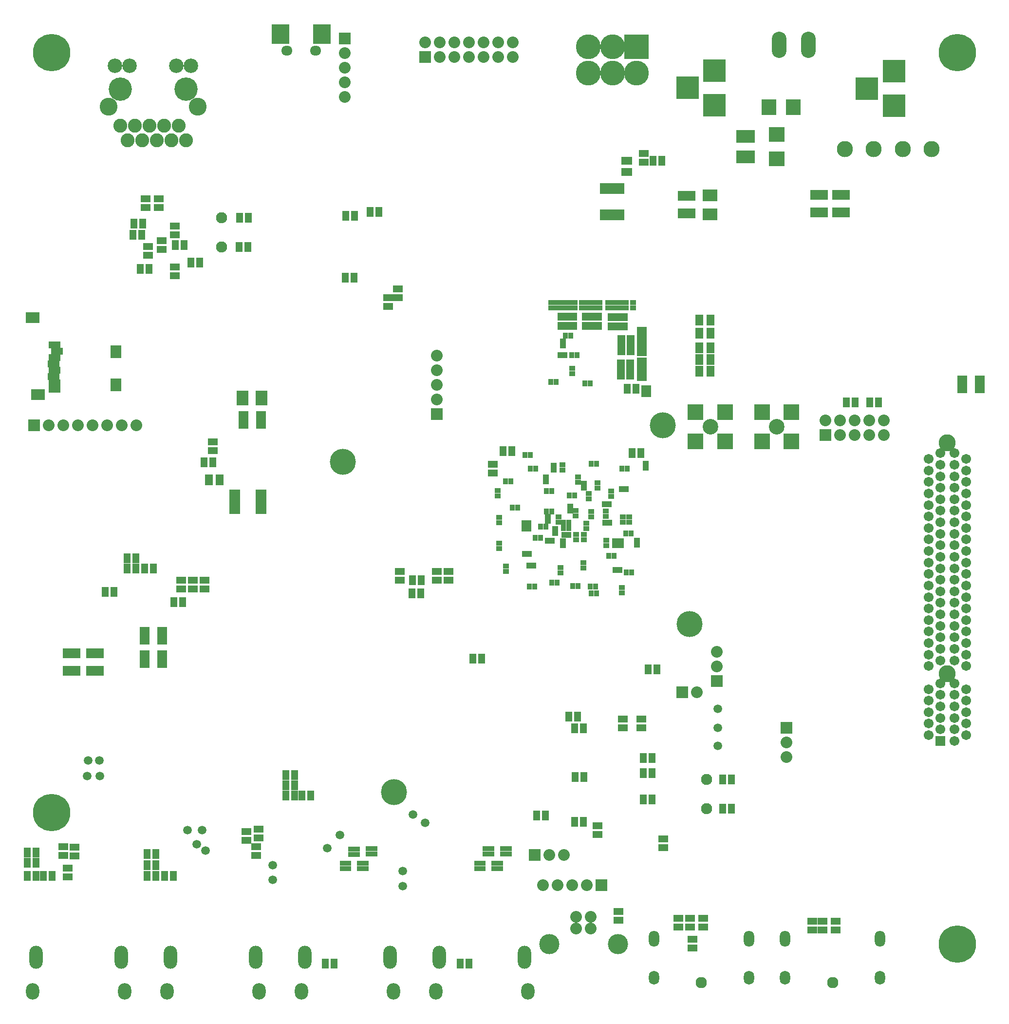
<source format=gbs>
G04 (created by PCBNEW (2013-07-07 BZR 4022)-stable) date 10/11/2015 03:16:48 PM*
%MOIN*%
G04 Gerber Fmt 3.4, Leading zero omitted, Abs format*
%FSLAX34Y34*%
G01*
G70*
G90*
G04 APERTURE LIST*
%ADD10C,0.00590551*%
%ADD11R,0.08X0.08*%
%ADD12C,0.08*%
%ADD13O,0.0711811X0.110551*%
%ADD14O,0.0711811X0.0948031*%
%ADD15C,0.0770866*%
%ADD16C,0.25622*%
%ADD17C,0.110551*%
%ADD18R,0.118425X0.13811*%
%ADD19O,0.0770866X0.0672441*%
%ADD20R,0.0987402X0.1066*%
%ADD21R,0.1066X0.0987402*%
%ADD22C,0.13811*%
%ADD23R,0.045X0.065*%
%ADD24R,0.065X0.045*%
%ADD25C,0.076*%
%ADD26R,0.0357X0.0436*%
%ADD27R,0.0436X0.0357*%
%ADD28R,0.04X0.056*%
%ADD29R,0.056X0.04*%
%ADD30R,0.055X0.075*%
%ADD31R,0.0791X0.0515*%
%ADD32R,0.0948X0.0751*%
%ADD33R,0.0751X0.0909*%
%ADD34O,0.0908661X0.157795*%
%ADD35O,0.0908661X0.11252*%
%ADD36C,0.122362*%
%ADD37C,0.159764*%
%ADD38C,0.0951968*%
%ADD39C,0.0987402*%
%ADD40R,0.07X0.12*%
%ADD41R,0.12X0.07*%
%ADD42R,0.17X0.075*%
%ADD43R,0.1X0.08*%
%ADD44R,0.075X0.055*%
%ADD45R,0.08X0.1*%
%ADD46R,0.075X0.17*%
%ADD47O,0.1X0.18*%
%ADD48R,0.1578X0.1578*%
%ADD49C,0.116457*%
%ADD50R,0.0672441X0.0672441*%
%ADD51C,0.0672441*%
%ADD52R,0.13X0.09*%
%ADD53C,0.106614*%
%ADD54R,0.106614X0.106614*%
%ADD55C,0.0593701*%
%ADD56C,0.17*%
%ADD57R,0.17X0.17*%
%ADD58C,0.1775*%
G04 APERTURE END LIST*
G54D10*
G54D11*
X47605Y-49809D03*
G54D12*
X48605Y-49809D03*
X49605Y-49809D03*
X50605Y-49809D03*
X51605Y-49809D03*
X52605Y-49809D03*
X53605Y-49809D03*
X54605Y-49809D03*
G54D13*
X99019Y-84937D03*
X105515Y-84937D03*
G54D14*
X99019Y-87606D03*
X105515Y-87606D03*
G54D15*
X102267Y-87960D03*
G54D16*
X48820Y-24301D03*
X110820Y-85301D03*
X110820Y-24301D03*
G54D17*
X109035Y-30921D03*
X107066Y-30921D03*
X105097Y-30921D03*
X103129Y-30921D03*
G54D18*
X67317Y-23057D03*
X64482Y-23057D03*
G54D19*
X66884Y-24189D03*
X64915Y-24189D03*
G54D20*
X97923Y-28050D03*
X99576Y-28050D03*
G54D21*
X98450Y-31576D03*
X98450Y-29923D03*
G54D12*
X85730Y-83460D03*
X84730Y-83460D03*
X84730Y-84247D03*
X85730Y-84247D03*
G54D22*
X87592Y-85310D03*
X82868Y-85310D03*
G54D23*
X84610Y-76953D03*
X85210Y-76953D03*
X84610Y-70553D03*
X85210Y-70553D03*
X89910Y-72593D03*
X89310Y-72593D03*
G54D24*
X87900Y-69923D03*
X87900Y-70523D03*
X89180Y-69923D03*
X89180Y-70523D03*
G54D23*
X84826Y-69732D03*
X84226Y-69732D03*
G54D24*
X86170Y-77800D03*
X86170Y-77200D03*
X90679Y-78118D03*
X90679Y-78718D03*
G54D23*
X84640Y-73873D03*
X85240Y-73873D03*
X89910Y-73623D03*
X89310Y-73623D03*
X89910Y-75423D03*
X89310Y-75423D03*
G54D25*
X93660Y-76033D03*
X93660Y-74033D03*
G54D23*
X94760Y-76033D03*
X95360Y-76033D03*
X95360Y-74033D03*
X94760Y-74033D03*
G54D24*
X79011Y-53092D03*
X79011Y-52492D03*
G54D23*
X74117Y-60424D03*
X73517Y-60424D03*
G54D24*
X71852Y-41086D03*
X71852Y-41686D03*
G54D23*
X69503Y-39718D03*
X68903Y-39718D03*
X88551Y-51718D03*
X89151Y-51718D03*
G54D24*
X75994Y-60404D03*
X75994Y-59804D03*
X72636Y-60400D03*
X72636Y-59800D03*
G54D23*
X79711Y-51592D03*
X80311Y-51592D03*
X88821Y-47312D03*
X88221Y-47312D03*
X74087Y-61315D03*
X73487Y-61315D03*
G54D26*
X81585Y-52771D03*
X81939Y-52771D03*
G54D27*
X86187Y-53758D03*
X86187Y-54112D03*
G54D26*
X87844Y-52762D03*
X88198Y-52762D03*
X82268Y-57521D03*
X81914Y-57521D03*
G54D27*
X82656Y-53690D03*
X82656Y-53336D03*
X84855Y-53707D03*
X84855Y-53353D03*
G54D26*
X84249Y-54610D03*
X84603Y-54610D03*
X89034Y-46592D03*
X89388Y-46592D03*
G54D27*
X83787Y-52516D03*
X83787Y-52870D03*
X83196Y-52882D03*
X83196Y-52528D03*
X85580Y-54837D03*
X85580Y-54483D03*
G54D26*
X82732Y-57701D03*
X83086Y-57701D03*
X87301Y-58756D03*
X86947Y-58756D03*
G54D27*
X85230Y-59569D03*
X85230Y-59215D03*
G54D26*
X81222Y-51859D03*
X81576Y-51859D03*
G54D27*
X83645Y-59895D03*
X83645Y-59541D03*
G54D26*
X85745Y-61324D03*
X86099Y-61324D03*
G54D27*
X87121Y-54665D03*
X87121Y-54311D03*
X84711Y-57290D03*
X84711Y-57644D03*
G54D26*
X84208Y-56492D03*
X83854Y-56492D03*
G54D27*
X84687Y-55652D03*
X84687Y-56006D03*
X85236Y-57644D03*
X85236Y-57290D03*
X83520Y-56444D03*
X83520Y-56090D03*
X85744Y-55712D03*
X85744Y-56066D03*
G54D26*
X84208Y-56852D03*
X83854Y-56852D03*
G54D27*
X88888Y-58018D03*
X88888Y-57664D03*
G54D26*
X88123Y-57210D03*
X88477Y-57210D03*
X86634Y-55199D03*
X86988Y-55199D03*
G54D27*
X88358Y-56089D03*
X88358Y-56443D03*
G54D26*
X86674Y-56469D03*
X87028Y-56469D03*
G54D27*
X87795Y-57698D03*
X87795Y-58052D03*
X87391Y-57698D03*
X87391Y-58052D03*
X87906Y-56087D03*
X87906Y-56441D03*
X82786Y-56394D03*
X82786Y-56040D03*
G54D26*
X86098Y-52447D03*
X85744Y-52447D03*
X87719Y-59700D03*
X87365Y-59700D03*
X84834Y-60796D03*
X84480Y-60796D03*
G54D27*
X87860Y-61281D03*
X87860Y-60927D03*
G54D26*
X85683Y-60852D03*
X86037Y-60852D03*
G54D27*
X83811Y-57699D03*
X83811Y-58053D03*
X79917Y-59451D03*
X79917Y-59805D03*
G54D26*
X83051Y-55715D03*
X82697Y-55715D03*
X82648Y-56747D03*
X82294Y-56747D03*
G54D27*
X79461Y-56115D03*
X79461Y-56469D03*
G54D26*
X83036Y-54315D03*
X82682Y-54315D03*
X81139Y-56504D03*
X81493Y-56504D03*
X81169Y-58627D03*
X81523Y-58627D03*
G54D27*
X79343Y-54287D03*
X79343Y-54641D03*
G54D26*
X81139Y-56894D03*
X81493Y-56894D03*
X80348Y-55457D03*
X80702Y-55457D03*
G54D27*
X79436Y-57890D03*
X79436Y-58244D03*
X86764Y-57683D03*
X86764Y-58037D03*
G54D26*
X88517Y-59880D03*
X88163Y-59880D03*
X79897Y-53629D03*
X80251Y-53629D03*
G54D27*
X84305Y-55688D03*
X84305Y-55334D03*
X84441Y-45916D03*
X84441Y-46270D03*
G54D26*
X82977Y-46849D03*
X83331Y-46849D03*
G54D27*
X83814Y-44029D03*
X83814Y-44383D03*
G54D26*
X89334Y-47692D03*
X89688Y-47692D03*
G54D27*
X85911Y-41769D03*
X85911Y-41415D03*
X83811Y-41769D03*
X83811Y-41415D03*
X86911Y-41769D03*
X86911Y-41415D03*
X86311Y-41769D03*
X86311Y-41415D03*
X84211Y-41769D03*
X84211Y-41415D03*
X83411Y-41769D03*
X83411Y-41415D03*
X85511Y-41769D03*
X85511Y-41415D03*
X85111Y-41769D03*
X85111Y-41415D03*
X84611Y-41769D03*
X84611Y-41415D03*
G54D26*
X89034Y-43692D03*
X89388Y-43692D03*
G54D27*
X83011Y-41769D03*
X83011Y-41415D03*
X88111Y-41769D03*
X88111Y-41415D03*
X88611Y-41769D03*
X88611Y-41415D03*
G54D26*
X89034Y-43292D03*
X89388Y-43292D03*
X89034Y-45792D03*
X89388Y-45792D03*
X89034Y-44092D03*
X89388Y-44092D03*
X89034Y-44492D03*
X89388Y-44492D03*
G54D27*
X87311Y-41769D03*
X87311Y-41415D03*
G54D26*
X89334Y-47292D03*
X89688Y-47292D03*
X89034Y-45392D03*
X89388Y-45392D03*
X89034Y-44892D03*
X89388Y-44892D03*
X89034Y-46192D03*
X89388Y-46192D03*
G54D27*
X87711Y-41769D03*
X87711Y-41415D03*
G54D28*
X86268Y-42393D03*
X86268Y-43021D03*
X85953Y-42393D03*
X85953Y-43021D03*
X85639Y-42393D03*
X85639Y-43021D03*
X85324Y-42393D03*
X85324Y-43021D03*
G54D29*
X88420Y-46464D03*
X87792Y-46464D03*
X88420Y-46149D03*
X87792Y-46149D03*
X88420Y-45835D03*
X87792Y-45835D03*
X88420Y-45520D03*
X87792Y-45520D03*
X88445Y-44799D03*
X87817Y-44799D03*
X88445Y-44484D03*
X87817Y-44484D03*
X88445Y-44170D03*
X87817Y-44170D03*
X88445Y-43855D03*
X87817Y-43855D03*
G54D28*
X88038Y-42418D03*
X88038Y-43046D03*
X87723Y-42418D03*
X87723Y-43046D03*
X87409Y-42418D03*
X87409Y-43046D03*
X87094Y-42418D03*
X87094Y-43046D03*
X84593Y-42368D03*
X84593Y-42996D03*
X84278Y-42368D03*
X84278Y-42996D03*
X83964Y-42368D03*
X83964Y-42996D03*
X83649Y-42368D03*
X83649Y-42996D03*
G54D11*
X74385Y-24620D03*
G54D12*
X74385Y-23620D03*
X75385Y-24620D03*
X75385Y-23620D03*
X76385Y-24620D03*
X76385Y-23620D03*
X77385Y-24620D03*
X77385Y-23620D03*
X78385Y-24620D03*
X78385Y-23620D03*
X79385Y-24620D03*
X79385Y-23620D03*
X80385Y-24620D03*
X80385Y-23620D03*
G54D26*
X84776Y-45026D03*
X84422Y-45026D03*
X85665Y-46957D03*
X85311Y-46957D03*
X83958Y-45022D03*
X83604Y-45022D03*
X83994Y-43667D03*
X84348Y-43667D03*
G54D24*
X75188Y-60418D03*
X75188Y-59818D03*
G54D26*
X88156Y-54178D03*
X87802Y-54178D03*
G54D27*
X83271Y-56870D03*
X83271Y-57224D03*
G54D26*
X83866Y-57326D03*
X84220Y-57326D03*
G54D27*
X85413Y-56513D03*
X85413Y-56867D03*
X89472Y-52400D03*
X89472Y-52754D03*
X85255Y-54117D03*
X85255Y-53763D03*
G54D26*
X81866Y-60845D03*
X81512Y-60845D03*
X83402Y-60592D03*
X83048Y-60592D03*
G54D30*
X93158Y-44505D03*
X93908Y-44505D03*
G54D24*
X87620Y-83667D03*
X87620Y-83067D03*
G54D23*
X77365Y-86634D03*
X76765Y-86634D03*
G54D24*
X62828Y-79231D03*
X62828Y-78631D03*
X62975Y-77455D03*
X62975Y-78055D03*
X62135Y-77623D03*
X62135Y-78223D03*
X50388Y-78666D03*
X50388Y-79266D03*
X49925Y-80719D03*
X49925Y-80119D03*
X49600Y-78658D03*
X49600Y-79258D03*
G54D31*
X49025Y-47350D03*
X49025Y-46917D03*
X48946Y-46484D03*
X49025Y-46051D03*
X48946Y-45618D03*
X49025Y-45185D03*
X49182Y-44752D03*
X49025Y-44319D03*
G54D32*
X47887Y-47704D03*
X47498Y-42429D03*
G54D33*
X53225Y-47033D03*
X53225Y-44789D03*
G54D34*
X66160Y-86200D03*
X71987Y-86200D03*
G54D35*
X65924Y-88546D03*
X72223Y-88546D03*
G54D34*
X56960Y-86200D03*
X62787Y-86200D03*
G54D35*
X56724Y-88546D03*
X63023Y-88546D03*
G54D34*
X47760Y-86200D03*
X53587Y-86200D03*
G54D35*
X47524Y-88546D03*
X53823Y-88546D03*
G54D34*
X75360Y-86200D03*
X81187Y-86200D03*
G54D35*
X75124Y-88546D03*
X81423Y-88546D03*
G54D23*
X55482Y-39112D03*
X54882Y-39112D03*
G54D24*
X55417Y-38178D03*
X55417Y-37578D03*
X57234Y-36788D03*
X57234Y-36188D03*
G54D23*
X61668Y-35605D03*
X62268Y-35605D03*
G54D24*
X55250Y-34909D03*
X55250Y-34309D03*
X56150Y-34909D03*
X56150Y-34309D03*
X57251Y-38990D03*
X57251Y-39590D03*
G54D23*
X61637Y-37605D03*
X62237Y-37605D03*
X90236Y-66498D03*
X89636Y-66498D03*
X58351Y-38690D03*
X58951Y-38690D03*
G54D36*
X52701Y-28010D03*
X58800Y-28010D03*
G54D37*
X53500Y-26809D03*
X58000Y-26809D03*
G54D38*
X56498Y-29309D03*
X57998Y-30309D03*
X56998Y-30309D03*
X55998Y-30309D03*
X54998Y-30309D03*
X55498Y-29309D03*
X54498Y-29309D03*
X57498Y-29309D03*
G54D39*
X58361Y-25211D03*
X57361Y-25211D03*
X54140Y-25211D03*
X53140Y-25211D03*
G54D38*
X53498Y-29309D03*
X53998Y-30309D03*
G54D24*
X56344Y-37793D03*
X56344Y-37193D03*
G54D23*
X53970Y-59610D03*
X54570Y-59610D03*
X54570Y-58910D03*
X53970Y-58910D03*
X55770Y-59610D03*
X55170Y-59610D03*
G54D24*
X58470Y-61010D03*
X58470Y-60410D03*
X59270Y-60410D03*
X59270Y-61010D03*
G54D23*
X59241Y-52353D03*
X59841Y-52353D03*
G54D24*
X57670Y-61010D03*
X57670Y-60410D03*
X89338Y-31226D03*
X89338Y-31826D03*
G54D25*
X60447Y-35605D03*
X60447Y-37605D03*
G54D40*
X55170Y-64210D03*
X56370Y-64210D03*
X55170Y-65810D03*
X56370Y-65810D03*
G54D23*
X53070Y-61210D03*
X52470Y-61210D03*
X57770Y-61910D03*
X57170Y-61910D03*
G54D41*
X51770Y-66610D03*
X51770Y-65410D03*
X50170Y-66610D03*
X50170Y-65410D03*
X101350Y-34050D03*
X101350Y-35250D03*
G54D40*
X112350Y-47000D03*
X111150Y-47000D03*
G54D41*
X102850Y-34050D03*
X102850Y-35250D03*
G54D30*
X93158Y-42605D03*
X93908Y-42605D03*
X59566Y-53553D03*
X60316Y-53553D03*
G54D42*
X87188Y-33626D03*
X87188Y-35426D03*
G54D43*
X93888Y-34076D03*
X93888Y-35376D03*
G54D24*
X59841Y-50953D03*
X59841Y-51553D03*
G54D23*
X90588Y-31726D03*
X89988Y-31726D03*
G54D44*
X88188Y-31726D03*
X88188Y-32476D03*
G54D45*
X61891Y-47953D03*
X63191Y-47953D03*
G54D40*
X61941Y-49453D03*
X63141Y-49453D03*
G54D46*
X61341Y-55053D03*
X63141Y-55053D03*
G54D30*
X93158Y-45305D03*
X93908Y-45305D03*
X93908Y-43505D03*
X93158Y-43505D03*
X93158Y-46105D03*
X93908Y-46105D03*
G54D41*
X92288Y-35326D03*
X92288Y-34126D03*
G54D13*
X90034Y-84937D03*
X96531Y-84937D03*
G54D14*
X90034Y-87606D03*
X96531Y-87606D03*
G54D15*
X93283Y-87960D03*
G54D47*
X98602Y-23793D03*
X100602Y-23793D03*
G54D48*
X106478Y-27943D03*
X106478Y-25581D03*
X104628Y-26762D03*
X94182Y-27895D03*
X94182Y-25533D03*
X92332Y-26714D03*
G54D49*
X110123Y-51013D03*
X110123Y-66820D03*
G54D50*
X109631Y-71407D03*
G54D51*
X108843Y-71013D03*
X109631Y-70620D03*
X108843Y-70226D03*
X109631Y-69832D03*
X108843Y-69438D03*
X109631Y-69045D03*
X108843Y-68651D03*
X109631Y-68257D03*
X108843Y-67864D03*
X109631Y-67470D03*
X108843Y-66289D03*
X109631Y-65895D03*
X108843Y-65501D03*
X109631Y-65108D03*
X108843Y-64714D03*
X109631Y-64320D03*
X108843Y-63927D03*
X109631Y-63533D03*
X108843Y-63139D03*
X109631Y-62746D03*
X108843Y-62352D03*
X109631Y-61958D03*
X108843Y-61564D03*
X109631Y-61171D03*
X108843Y-60777D03*
X109631Y-60383D03*
X108843Y-59990D03*
X109631Y-59596D03*
X108843Y-59202D03*
X109631Y-58809D03*
X108843Y-58415D03*
X109631Y-58021D03*
X108843Y-57627D03*
X109631Y-57234D03*
X108843Y-56840D03*
X109631Y-56446D03*
X108843Y-56053D03*
X109631Y-55659D03*
X108843Y-55265D03*
X109631Y-54872D03*
X108843Y-54478D03*
X109631Y-54084D03*
X108843Y-53690D03*
X109631Y-53297D03*
X108843Y-52903D03*
X109631Y-52509D03*
X108843Y-52116D03*
X110615Y-71407D03*
X111402Y-71013D03*
X110615Y-70620D03*
X111402Y-70226D03*
X110615Y-69832D03*
X111402Y-69438D03*
X110615Y-69045D03*
X111402Y-68651D03*
X110615Y-68257D03*
X111402Y-67864D03*
X110615Y-67470D03*
X111402Y-66289D03*
X110615Y-65895D03*
X111402Y-65501D03*
X110615Y-65108D03*
X111402Y-64714D03*
X110615Y-64320D03*
X111402Y-63927D03*
X110615Y-63533D03*
X111402Y-63139D03*
X110615Y-62746D03*
X111402Y-62352D03*
X110615Y-61958D03*
X111402Y-61564D03*
X110615Y-61171D03*
X111402Y-60777D03*
X110615Y-60383D03*
X111402Y-59990D03*
X110615Y-59596D03*
X111402Y-59202D03*
X110615Y-58809D03*
X111402Y-58415D03*
X110615Y-58021D03*
X111402Y-57627D03*
X110615Y-57234D03*
X111402Y-56840D03*
X110615Y-56446D03*
X111402Y-56053D03*
X110615Y-55659D03*
X111402Y-55265D03*
X110615Y-54872D03*
X111402Y-54478D03*
X110615Y-54084D03*
X111402Y-53690D03*
X110615Y-53297D03*
X111402Y-52903D03*
X110615Y-52509D03*
X111402Y-52116D03*
X109631Y-51722D03*
X110615Y-51722D03*
G54D23*
X47150Y-79050D03*
X47750Y-79050D03*
X55350Y-79150D03*
X55950Y-79150D03*
G54D24*
X91715Y-83551D03*
X91715Y-84151D03*
X100897Y-83731D03*
X100897Y-84331D03*
X101595Y-83730D03*
X101595Y-84330D03*
X102467Y-83730D03*
X102467Y-84330D03*
X92527Y-83539D03*
X92527Y-84139D03*
X93425Y-83543D03*
X93425Y-84143D03*
G54D23*
X104800Y-48250D03*
X105400Y-48250D03*
X103800Y-48250D03*
X103200Y-48250D03*
X64850Y-73750D03*
X65450Y-73750D03*
G54D11*
X101772Y-50488D03*
G54D12*
X101772Y-49488D03*
X102772Y-50488D03*
X102772Y-49488D03*
X103772Y-50488D03*
X103772Y-49488D03*
X104772Y-50488D03*
X104772Y-49488D03*
X105772Y-50488D03*
X105772Y-49488D03*
G54D11*
X68890Y-23340D03*
G54D12*
X68890Y-24340D03*
X68890Y-25340D03*
X68890Y-26340D03*
X68890Y-27340D03*
G54D11*
X86441Y-81277D03*
G54D12*
X85441Y-81277D03*
X84441Y-81277D03*
X83441Y-81277D03*
X82441Y-81277D03*
G54D11*
X75172Y-49040D03*
G54D12*
X75172Y-48040D03*
X75172Y-47040D03*
X75172Y-46040D03*
X75172Y-45040D03*
G54D11*
X94331Y-67307D03*
G54D12*
X94331Y-66307D03*
X94331Y-65307D03*
G54D11*
X91969Y-68071D03*
G54D12*
X92969Y-68071D03*
G54D23*
X71206Y-35213D03*
X70606Y-35213D03*
X54446Y-36025D03*
X55046Y-36025D03*
X54364Y-36766D03*
X54964Y-36766D03*
X57283Y-37486D03*
X57883Y-37486D03*
G54D52*
X96300Y-31454D03*
X96300Y-30054D03*
G54D23*
X68945Y-35479D03*
X69545Y-35479D03*
G54D27*
X80105Y-79147D03*
X80105Y-78793D03*
X79703Y-79147D03*
X79703Y-78793D03*
X79508Y-79791D03*
X79508Y-80145D03*
X79115Y-79791D03*
X79115Y-80145D03*
X78923Y-79147D03*
X78923Y-78793D03*
X78522Y-79147D03*
X78522Y-78793D03*
X77933Y-79791D03*
X77933Y-80145D03*
X78328Y-79791D03*
X78328Y-80145D03*
X70902Y-79143D03*
X70902Y-78789D03*
X70505Y-78777D03*
X70505Y-79131D03*
X70310Y-79791D03*
X70310Y-80145D03*
X69914Y-80145D03*
X69914Y-79791D03*
X69726Y-79177D03*
X69726Y-78823D03*
X69322Y-78827D03*
X69322Y-79181D03*
X69127Y-79791D03*
X69127Y-80145D03*
X68733Y-80145D03*
X68733Y-79791D03*
G54D53*
X98450Y-49900D03*
G54D54*
X99453Y-48896D03*
X99453Y-50903D03*
X97446Y-50903D03*
X97446Y-48896D03*
G54D53*
X93900Y-49900D03*
G54D54*
X94903Y-48896D03*
X94903Y-50903D03*
X92896Y-50903D03*
X92896Y-48896D03*
G54D23*
X78260Y-65770D03*
X77660Y-65770D03*
X57150Y-80650D03*
X56550Y-80650D03*
X55350Y-80650D03*
X55950Y-80650D03*
X55354Y-79920D03*
X55954Y-79920D03*
X47150Y-80650D03*
X47750Y-80650D03*
X47150Y-79750D03*
X47750Y-79750D03*
X48850Y-80650D03*
X48250Y-80650D03*
X68157Y-86630D03*
X67557Y-86630D03*
X66550Y-75150D03*
X65950Y-75150D03*
X64850Y-75150D03*
X65450Y-75150D03*
X64850Y-74450D03*
X65450Y-74450D03*
G54D27*
X86743Y-55683D03*
X86743Y-56037D03*
G54D26*
X81466Y-59406D03*
X81820Y-59406D03*
G54D24*
X72516Y-41066D03*
X72516Y-40466D03*
G54D23*
X82600Y-76500D03*
X82000Y-76500D03*
G54D55*
X51237Y-73800D03*
X59100Y-77500D03*
X52086Y-72746D03*
X72850Y-80300D03*
X72850Y-81350D03*
X63950Y-79900D03*
X63950Y-80900D03*
X58100Y-77500D03*
X94400Y-71750D03*
X94400Y-70500D03*
X94400Y-69200D03*
G54D24*
X92693Y-84965D03*
X92693Y-85565D03*
G54D56*
X88856Y-25708D03*
X87206Y-25708D03*
X85556Y-25708D03*
X85556Y-23908D03*
X87206Y-23908D03*
G54D57*
X88856Y-23908D03*
G54D55*
X73560Y-76460D03*
X74380Y-77020D03*
X68540Y-77830D03*
X67670Y-78750D03*
X52101Y-73814D03*
X51300Y-72760D03*
X58750Y-78480D03*
X59340Y-78910D03*
G54D11*
X99110Y-70522D03*
G54D12*
X99110Y-71522D03*
X99110Y-72522D03*
G54D11*
X81887Y-79205D03*
G54D12*
X82887Y-79205D03*
X83887Y-79205D03*
G54D16*
X48820Y-76301D03*
G54D58*
X68750Y-52300D03*
X72250Y-74900D03*
X90650Y-49805D03*
X92497Y-63412D03*
M02*

</source>
